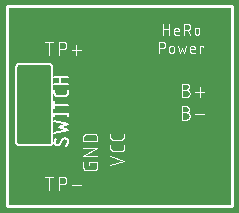
<source format=gbr>
G04 EAGLE Gerber RS-274X export*
G75*
%MOMM*%
%FSLAX34Y34*%
%LPD*%
%INSilkscreen Top*%
%IPNEG*%
%AMOC8*
5,1,8,0,0,1.08239X$1,22.5*%
G01*
%ADD10C,0.076200*%
%ADD11C,0.152400*%
%ADD12C,0.127000*%
%ADD13C,0.101600*%
%ADD14C,0.254000*%


D10*
X131864Y145161D02*
X131864Y154559D01*
X131864Y150382D02*
X137085Y150382D01*
X137085Y154559D02*
X137085Y145161D01*
X142792Y145161D02*
X145402Y145161D01*
X142792Y145161D02*
X142715Y145163D01*
X142639Y145169D01*
X142562Y145178D01*
X142486Y145191D01*
X142411Y145208D01*
X142337Y145228D01*
X142264Y145253D01*
X142193Y145280D01*
X142122Y145311D01*
X142054Y145346D01*
X141987Y145384D01*
X141922Y145425D01*
X141859Y145469D01*
X141799Y145516D01*
X141740Y145567D01*
X141685Y145620D01*
X141632Y145675D01*
X141581Y145734D01*
X141534Y145794D01*
X141490Y145857D01*
X141449Y145922D01*
X141411Y145989D01*
X141376Y146057D01*
X141345Y146128D01*
X141318Y146199D01*
X141293Y146272D01*
X141273Y146346D01*
X141256Y146421D01*
X141243Y146497D01*
X141234Y146574D01*
X141228Y146650D01*
X141226Y146727D01*
X141225Y146727D02*
X141225Y149338D01*
X141226Y149338D02*
X141228Y149428D01*
X141234Y149517D01*
X141243Y149607D01*
X141257Y149696D01*
X141274Y149784D01*
X141295Y149871D01*
X141320Y149958D01*
X141349Y150043D01*
X141381Y150127D01*
X141416Y150209D01*
X141456Y150290D01*
X141498Y150369D01*
X141544Y150446D01*
X141594Y150521D01*
X141646Y150594D01*
X141702Y150665D01*
X141760Y150733D01*
X141822Y150798D01*
X141886Y150861D01*
X141953Y150921D01*
X142022Y150978D01*
X142094Y151032D01*
X142168Y151083D01*
X142244Y151131D01*
X142322Y151175D01*
X142402Y151216D01*
X142484Y151254D01*
X142567Y151288D01*
X142652Y151318D01*
X142738Y151345D01*
X142824Y151368D01*
X142912Y151387D01*
X143001Y151402D01*
X143090Y151414D01*
X143179Y151422D01*
X143269Y151426D01*
X143359Y151426D01*
X143449Y151422D01*
X143538Y151414D01*
X143627Y151402D01*
X143716Y151387D01*
X143804Y151368D01*
X143890Y151345D01*
X143976Y151318D01*
X144061Y151288D01*
X144144Y151254D01*
X144226Y151216D01*
X144306Y151175D01*
X144384Y151131D01*
X144460Y151083D01*
X144534Y151032D01*
X144606Y150978D01*
X144675Y150921D01*
X144742Y150861D01*
X144806Y150798D01*
X144868Y150733D01*
X144926Y150665D01*
X144982Y150594D01*
X145034Y150521D01*
X145084Y150446D01*
X145130Y150369D01*
X145172Y150290D01*
X145212Y150209D01*
X145247Y150127D01*
X145279Y150043D01*
X145308Y149958D01*
X145333Y149871D01*
X145354Y149784D01*
X145371Y149696D01*
X145385Y149607D01*
X145394Y149517D01*
X145400Y149428D01*
X145402Y149338D01*
X145402Y148294D01*
X141225Y148294D01*
X149600Y145161D02*
X149600Y154559D01*
X152210Y154559D01*
X152311Y154557D01*
X152412Y154551D01*
X152513Y154541D01*
X152613Y154528D01*
X152713Y154510D01*
X152812Y154489D01*
X152910Y154463D01*
X153007Y154434D01*
X153103Y154402D01*
X153197Y154365D01*
X153290Y154325D01*
X153382Y154281D01*
X153471Y154234D01*
X153559Y154183D01*
X153645Y154129D01*
X153728Y154072D01*
X153810Y154012D01*
X153888Y153948D01*
X153965Y153882D01*
X154038Y153812D01*
X154109Y153740D01*
X154177Y153665D01*
X154242Y153587D01*
X154304Y153507D01*
X154363Y153425D01*
X154419Y153340D01*
X154471Y153253D01*
X154520Y153165D01*
X154566Y153074D01*
X154607Y152982D01*
X154646Y152888D01*
X154680Y152793D01*
X154711Y152697D01*
X154738Y152599D01*
X154762Y152501D01*
X154781Y152401D01*
X154797Y152301D01*
X154809Y152201D01*
X154817Y152100D01*
X154821Y151999D01*
X154821Y151897D01*
X154817Y151796D01*
X154809Y151695D01*
X154797Y151595D01*
X154781Y151495D01*
X154762Y151395D01*
X154738Y151297D01*
X154711Y151199D01*
X154680Y151103D01*
X154646Y151008D01*
X154607Y150914D01*
X154566Y150822D01*
X154520Y150731D01*
X154471Y150642D01*
X154419Y150556D01*
X154363Y150471D01*
X154304Y150389D01*
X154242Y150309D01*
X154177Y150231D01*
X154109Y150156D01*
X154038Y150084D01*
X153965Y150014D01*
X153888Y149948D01*
X153810Y149884D01*
X153728Y149824D01*
X153645Y149767D01*
X153559Y149713D01*
X153471Y149662D01*
X153382Y149615D01*
X153290Y149571D01*
X153197Y149531D01*
X153103Y149494D01*
X153007Y149462D01*
X152910Y149433D01*
X152812Y149407D01*
X152713Y149386D01*
X152613Y149368D01*
X152513Y149355D01*
X152412Y149345D01*
X152311Y149339D01*
X152210Y149337D01*
X152210Y149338D02*
X149600Y149338D01*
X152732Y149338D02*
X154821Y145161D01*
X158599Y147249D02*
X158599Y149338D01*
X158601Y149428D01*
X158607Y149517D01*
X158616Y149607D01*
X158630Y149696D01*
X158647Y149784D01*
X158668Y149871D01*
X158693Y149958D01*
X158722Y150043D01*
X158754Y150127D01*
X158789Y150209D01*
X158829Y150290D01*
X158871Y150369D01*
X158917Y150446D01*
X158967Y150521D01*
X159019Y150594D01*
X159075Y150665D01*
X159133Y150733D01*
X159195Y150798D01*
X159259Y150861D01*
X159326Y150921D01*
X159395Y150978D01*
X159467Y151032D01*
X159541Y151083D01*
X159617Y151131D01*
X159695Y151175D01*
X159775Y151216D01*
X159857Y151254D01*
X159940Y151288D01*
X160025Y151318D01*
X160111Y151345D01*
X160197Y151368D01*
X160285Y151387D01*
X160374Y151402D01*
X160463Y151414D01*
X160552Y151422D01*
X160642Y151426D01*
X160732Y151426D01*
X160822Y151422D01*
X160911Y151414D01*
X161000Y151402D01*
X161089Y151387D01*
X161177Y151368D01*
X161263Y151345D01*
X161349Y151318D01*
X161434Y151288D01*
X161517Y151254D01*
X161599Y151216D01*
X161679Y151175D01*
X161757Y151131D01*
X161833Y151083D01*
X161907Y151032D01*
X161979Y150978D01*
X162048Y150921D01*
X162115Y150861D01*
X162179Y150798D01*
X162241Y150733D01*
X162299Y150665D01*
X162355Y150594D01*
X162407Y150521D01*
X162457Y150446D01*
X162503Y150369D01*
X162545Y150290D01*
X162585Y150209D01*
X162620Y150127D01*
X162652Y150043D01*
X162681Y149958D01*
X162706Y149871D01*
X162727Y149784D01*
X162744Y149696D01*
X162758Y149607D01*
X162767Y149517D01*
X162773Y149428D01*
X162775Y149338D01*
X162776Y149338D02*
X162776Y147249D01*
X162775Y147249D02*
X162773Y147159D01*
X162767Y147070D01*
X162758Y146980D01*
X162744Y146891D01*
X162727Y146803D01*
X162706Y146716D01*
X162681Y146629D01*
X162652Y146544D01*
X162620Y146460D01*
X162585Y146378D01*
X162545Y146297D01*
X162503Y146218D01*
X162457Y146141D01*
X162407Y146066D01*
X162355Y145993D01*
X162299Y145922D01*
X162241Y145854D01*
X162179Y145789D01*
X162115Y145726D01*
X162048Y145666D01*
X161979Y145609D01*
X161907Y145555D01*
X161833Y145504D01*
X161757Y145456D01*
X161679Y145412D01*
X161599Y145371D01*
X161517Y145333D01*
X161434Y145299D01*
X161349Y145269D01*
X161263Y145242D01*
X161177Y145219D01*
X161089Y145200D01*
X161000Y145185D01*
X160911Y145173D01*
X160822Y145165D01*
X160732Y145161D01*
X160642Y145161D01*
X160552Y145165D01*
X160463Y145173D01*
X160374Y145185D01*
X160285Y145200D01*
X160197Y145219D01*
X160111Y145242D01*
X160025Y145269D01*
X159940Y145299D01*
X159857Y145333D01*
X159775Y145371D01*
X159695Y145412D01*
X159617Y145456D01*
X159541Y145504D01*
X159467Y145555D01*
X159395Y145609D01*
X159326Y145666D01*
X159259Y145726D01*
X159195Y145789D01*
X159133Y145854D01*
X159075Y145922D01*
X159019Y145993D01*
X158967Y146066D01*
X158917Y146141D01*
X158871Y146218D01*
X158829Y146297D01*
X158789Y146378D01*
X158754Y146460D01*
X158722Y146544D01*
X158693Y146629D01*
X158668Y146716D01*
X158647Y146803D01*
X158630Y146891D01*
X158616Y146980D01*
X158607Y147070D01*
X158601Y147159D01*
X158599Y147249D01*
X128464Y139319D02*
X128464Y129921D01*
X128464Y139319D02*
X131074Y139319D01*
X131175Y139317D01*
X131276Y139311D01*
X131377Y139301D01*
X131477Y139288D01*
X131577Y139270D01*
X131676Y139249D01*
X131774Y139223D01*
X131871Y139194D01*
X131967Y139162D01*
X132061Y139125D01*
X132154Y139085D01*
X132246Y139041D01*
X132335Y138994D01*
X132423Y138943D01*
X132509Y138889D01*
X132592Y138832D01*
X132674Y138772D01*
X132752Y138708D01*
X132829Y138642D01*
X132902Y138572D01*
X132973Y138500D01*
X133041Y138425D01*
X133106Y138347D01*
X133168Y138267D01*
X133227Y138185D01*
X133283Y138100D01*
X133335Y138013D01*
X133384Y137925D01*
X133430Y137834D01*
X133471Y137742D01*
X133510Y137648D01*
X133544Y137553D01*
X133575Y137457D01*
X133602Y137359D01*
X133626Y137261D01*
X133645Y137161D01*
X133661Y137061D01*
X133673Y136961D01*
X133681Y136860D01*
X133685Y136759D01*
X133685Y136657D01*
X133681Y136556D01*
X133673Y136455D01*
X133661Y136355D01*
X133645Y136255D01*
X133626Y136155D01*
X133602Y136057D01*
X133575Y135959D01*
X133544Y135863D01*
X133510Y135768D01*
X133471Y135674D01*
X133430Y135582D01*
X133384Y135491D01*
X133335Y135402D01*
X133283Y135316D01*
X133227Y135231D01*
X133168Y135149D01*
X133106Y135069D01*
X133041Y134991D01*
X132973Y134916D01*
X132902Y134844D01*
X132829Y134774D01*
X132752Y134708D01*
X132674Y134644D01*
X132592Y134584D01*
X132509Y134527D01*
X132423Y134473D01*
X132335Y134422D01*
X132246Y134375D01*
X132154Y134331D01*
X132061Y134291D01*
X131967Y134254D01*
X131871Y134222D01*
X131774Y134193D01*
X131676Y134167D01*
X131577Y134146D01*
X131477Y134128D01*
X131377Y134115D01*
X131276Y134105D01*
X131175Y134099D01*
X131074Y134097D01*
X131074Y134098D02*
X128464Y134098D01*
X137084Y134098D02*
X137084Y132009D01*
X137085Y134098D02*
X137087Y134188D01*
X137093Y134277D01*
X137102Y134367D01*
X137116Y134456D01*
X137133Y134544D01*
X137154Y134631D01*
X137179Y134718D01*
X137208Y134803D01*
X137240Y134887D01*
X137275Y134969D01*
X137315Y135050D01*
X137357Y135129D01*
X137403Y135206D01*
X137453Y135281D01*
X137505Y135354D01*
X137561Y135425D01*
X137619Y135493D01*
X137681Y135558D01*
X137745Y135621D01*
X137812Y135681D01*
X137881Y135738D01*
X137953Y135792D01*
X138027Y135843D01*
X138103Y135891D01*
X138181Y135935D01*
X138261Y135976D01*
X138343Y136014D01*
X138426Y136048D01*
X138511Y136078D01*
X138597Y136105D01*
X138683Y136128D01*
X138771Y136147D01*
X138860Y136162D01*
X138949Y136174D01*
X139038Y136182D01*
X139128Y136186D01*
X139218Y136186D01*
X139308Y136182D01*
X139397Y136174D01*
X139486Y136162D01*
X139575Y136147D01*
X139663Y136128D01*
X139749Y136105D01*
X139835Y136078D01*
X139920Y136048D01*
X140003Y136014D01*
X140085Y135976D01*
X140165Y135935D01*
X140243Y135891D01*
X140319Y135843D01*
X140393Y135792D01*
X140465Y135738D01*
X140534Y135681D01*
X140601Y135621D01*
X140665Y135558D01*
X140727Y135493D01*
X140785Y135425D01*
X140841Y135354D01*
X140893Y135281D01*
X140943Y135206D01*
X140989Y135129D01*
X141031Y135050D01*
X141071Y134969D01*
X141106Y134887D01*
X141138Y134803D01*
X141167Y134718D01*
X141192Y134631D01*
X141213Y134544D01*
X141230Y134456D01*
X141244Y134367D01*
X141253Y134277D01*
X141259Y134188D01*
X141261Y134098D01*
X141261Y132009D01*
X141259Y131919D01*
X141253Y131830D01*
X141244Y131740D01*
X141230Y131651D01*
X141213Y131563D01*
X141192Y131476D01*
X141167Y131389D01*
X141138Y131304D01*
X141106Y131220D01*
X141071Y131138D01*
X141031Y131057D01*
X140989Y130978D01*
X140943Y130901D01*
X140893Y130826D01*
X140841Y130753D01*
X140785Y130682D01*
X140727Y130614D01*
X140665Y130549D01*
X140601Y130486D01*
X140534Y130426D01*
X140465Y130369D01*
X140393Y130315D01*
X140319Y130264D01*
X140243Y130216D01*
X140165Y130172D01*
X140085Y130131D01*
X140003Y130093D01*
X139920Y130059D01*
X139835Y130029D01*
X139749Y130002D01*
X139663Y129979D01*
X139575Y129960D01*
X139486Y129945D01*
X139397Y129933D01*
X139308Y129925D01*
X139218Y129921D01*
X139128Y129921D01*
X139038Y129925D01*
X138949Y129933D01*
X138860Y129945D01*
X138771Y129960D01*
X138683Y129979D01*
X138597Y130002D01*
X138511Y130029D01*
X138426Y130059D01*
X138343Y130093D01*
X138261Y130131D01*
X138181Y130172D01*
X138103Y130216D01*
X138027Y130264D01*
X137953Y130315D01*
X137881Y130369D01*
X137812Y130426D01*
X137745Y130486D01*
X137681Y130549D01*
X137619Y130614D01*
X137561Y130682D01*
X137505Y130753D01*
X137453Y130826D01*
X137403Y130901D01*
X137357Y130978D01*
X137315Y131057D01*
X137275Y131138D01*
X137240Y131220D01*
X137208Y131304D01*
X137179Y131389D01*
X137154Y131476D01*
X137133Y131563D01*
X137116Y131651D01*
X137102Y131740D01*
X137093Y131830D01*
X137087Y131919D01*
X137085Y132009D01*
X144879Y136186D02*
X146445Y129921D01*
X148012Y134098D01*
X149578Y129921D01*
X151144Y136186D01*
X156329Y129921D02*
X158939Y129921D01*
X156329Y129921D02*
X156252Y129923D01*
X156176Y129929D01*
X156099Y129938D01*
X156023Y129951D01*
X155948Y129968D01*
X155874Y129988D01*
X155801Y130013D01*
X155730Y130040D01*
X155659Y130071D01*
X155591Y130106D01*
X155524Y130144D01*
X155459Y130185D01*
X155396Y130229D01*
X155336Y130276D01*
X155277Y130327D01*
X155222Y130380D01*
X155169Y130435D01*
X155118Y130494D01*
X155071Y130554D01*
X155027Y130617D01*
X154986Y130682D01*
X154948Y130749D01*
X154913Y130817D01*
X154882Y130888D01*
X154855Y130959D01*
X154830Y131032D01*
X154810Y131106D01*
X154793Y131181D01*
X154780Y131257D01*
X154771Y131334D01*
X154765Y131410D01*
X154763Y131487D01*
X154763Y134098D01*
X154765Y134188D01*
X154771Y134277D01*
X154780Y134367D01*
X154794Y134456D01*
X154811Y134544D01*
X154832Y134631D01*
X154857Y134718D01*
X154886Y134803D01*
X154918Y134887D01*
X154953Y134969D01*
X154993Y135050D01*
X155035Y135129D01*
X155081Y135206D01*
X155131Y135281D01*
X155183Y135354D01*
X155239Y135425D01*
X155297Y135493D01*
X155359Y135558D01*
X155423Y135621D01*
X155490Y135681D01*
X155559Y135738D01*
X155631Y135792D01*
X155705Y135843D01*
X155781Y135891D01*
X155859Y135935D01*
X155939Y135976D01*
X156021Y136014D01*
X156104Y136048D01*
X156189Y136078D01*
X156275Y136105D01*
X156361Y136128D01*
X156449Y136147D01*
X156538Y136162D01*
X156627Y136174D01*
X156716Y136182D01*
X156806Y136186D01*
X156896Y136186D01*
X156986Y136182D01*
X157075Y136174D01*
X157164Y136162D01*
X157253Y136147D01*
X157341Y136128D01*
X157427Y136105D01*
X157513Y136078D01*
X157598Y136048D01*
X157681Y136014D01*
X157763Y135976D01*
X157843Y135935D01*
X157921Y135891D01*
X157997Y135843D01*
X158071Y135792D01*
X158143Y135738D01*
X158212Y135681D01*
X158279Y135621D01*
X158343Y135558D01*
X158405Y135493D01*
X158463Y135425D01*
X158519Y135354D01*
X158571Y135281D01*
X158621Y135206D01*
X158667Y135129D01*
X158709Y135050D01*
X158749Y134969D01*
X158784Y134887D01*
X158816Y134803D01*
X158845Y134718D01*
X158870Y134631D01*
X158891Y134544D01*
X158908Y134456D01*
X158922Y134367D01*
X158931Y134277D01*
X158937Y134188D01*
X158939Y134098D01*
X158939Y133054D01*
X154763Y133054D01*
X163044Y129921D02*
X163044Y136186D01*
X166176Y136186D01*
X166176Y135142D01*
D11*
X7620Y118110D02*
X7620Y54610D01*
X35560Y52070D02*
X35660Y52072D01*
X35759Y52078D01*
X35859Y52088D01*
X35957Y52101D01*
X36056Y52119D01*
X36153Y52140D01*
X36249Y52165D01*
X36345Y52194D01*
X36439Y52227D01*
X36532Y52263D01*
X36623Y52303D01*
X36713Y52347D01*
X36801Y52394D01*
X36887Y52444D01*
X36971Y52498D01*
X37053Y52555D01*
X37132Y52615D01*
X37210Y52679D01*
X37284Y52745D01*
X37356Y52814D01*
X37425Y52886D01*
X37491Y52960D01*
X37555Y53038D01*
X37615Y53117D01*
X37672Y53199D01*
X37726Y53283D01*
X37776Y53369D01*
X37823Y53457D01*
X37867Y53547D01*
X37907Y53638D01*
X37943Y53731D01*
X37976Y53825D01*
X38005Y53921D01*
X38030Y54017D01*
X38051Y54114D01*
X38069Y54213D01*
X38082Y54311D01*
X38092Y54411D01*
X38098Y54510D01*
X38100Y54610D01*
X38100Y118110D02*
X38098Y118210D01*
X38092Y118309D01*
X38082Y118409D01*
X38069Y118507D01*
X38051Y118606D01*
X38030Y118703D01*
X38005Y118799D01*
X37976Y118895D01*
X37943Y118989D01*
X37907Y119082D01*
X37867Y119173D01*
X37823Y119263D01*
X37776Y119351D01*
X37726Y119437D01*
X37672Y119521D01*
X37615Y119603D01*
X37555Y119682D01*
X37491Y119760D01*
X37425Y119834D01*
X37356Y119906D01*
X37284Y119975D01*
X37210Y120041D01*
X37132Y120105D01*
X37053Y120165D01*
X36971Y120222D01*
X36887Y120276D01*
X36801Y120326D01*
X36713Y120373D01*
X36623Y120417D01*
X36532Y120457D01*
X36439Y120493D01*
X36345Y120526D01*
X36249Y120555D01*
X36153Y120580D01*
X36056Y120601D01*
X35957Y120619D01*
X35859Y120632D01*
X35759Y120642D01*
X35660Y120648D01*
X35560Y120650D01*
X10160Y120650D02*
X10060Y120648D01*
X9961Y120642D01*
X9861Y120632D01*
X9763Y120619D01*
X9664Y120601D01*
X9567Y120580D01*
X9471Y120555D01*
X9375Y120526D01*
X9281Y120493D01*
X9188Y120457D01*
X9097Y120417D01*
X9007Y120373D01*
X8919Y120326D01*
X8833Y120276D01*
X8749Y120222D01*
X8667Y120165D01*
X8588Y120105D01*
X8510Y120041D01*
X8436Y119975D01*
X8364Y119906D01*
X8295Y119834D01*
X8229Y119760D01*
X8165Y119682D01*
X8105Y119603D01*
X8048Y119521D01*
X7994Y119437D01*
X7944Y119351D01*
X7897Y119263D01*
X7853Y119173D01*
X7813Y119082D01*
X7777Y118989D01*
X7744Y118895D01*
X7715Y118799D01*
X7690Y118703D01*
X7669Y118606D01*
X7651Y118507D01*
X7638Y118409D01*
X7628Y118309D01*
X7622Y118210D01*
X7620Y118110D01*
X7620Y54610D02*
X7622Y54510D01*
X7628Y54411D01*
X7638Y54311D01*
X7651Y54213D01*
X7669Y54114D01*
X7690Y54017D01*
X7715Y53921D01*
X7744Y53825D01*
X7777Y53731D01*
X7813Y53638D01*
X7853Y53547D01*
X7897Y53457D01*
X7944Y53369D01*
X7994Y53283D01*
X8048Y53199D01*
X8105Y53117D01*
X8165Y53038D01*
X8229Y52960D01*
X8295Y52886D01*
X8364Y52814D01*
X8436Y52745D01*
X8510Y52679D01*
X8588Y52615D01*
X8667Y52555D01*
X8749Y52498D01*
X8833Y52444D01*
X8919Y52394D01*
X9007Y52347D01*
X9097Y52303D01*
X9188Y52263D01*
X9281Y52227D01*
X9375Y52194D01*
X9471Y52165D01*
X9567Y52140D01*
X9664Y52119D01*
X9763Y52101D01*
X9861Y52088D01*
X9961Y52078D01*
X10060Y52072D01*
X10160Y52070D01*
X35560Y52070D01*
X35560Y120650D02*
X10160Y120650D01*
X38100Y118110D02*
X38100Y54610D01*
D12*
X48895Y57785D02*
X48995Y57783D01*
X49094Y57777D01*
X49194Y57767D01*
X49292Y57754D01*
X49391Y57736D01*
X49488Y57715D01*
X49584Y57690D01*
X49680Y57661D01*
X49774Y57628D01*
X49867Y57592D01*
X49958Y57552D01*
X50048Y57508D01*
X50136Y57461D01*
X50222Y57411D01*
X50306Y57357D01*
X50388Y57300D01*
X50467Y57240D01*
X50545Y57176D01*
X50619Y57110D01*
X50691Y57041D01*
X50760Y56969D01*
X50826Y56895D01*
X50890Y56817D01*
X50950Y56738D01*
X51007Y56656D01*
X51061Y56572D01*
X51111Y56486D01*
X51158Y56398D01*
X51202Y56308D01*
X51242Y56217D01*
X51278Y56124D01*
X51311Y56030D01*
X51340Y55934D01*
X51365Y55838D01*
X51386Y55741D01*
X51404Y55642D01*
X51417Y55544D01*
X51427Y55444D01*
X51433Y55345D01*
X51435Y55245D01*
X51433Y55104D01*
X51428Y54963D01*
X51418Y54822D01*
X51405Y54681D01*
X51389Y54541D01*
X51368Y54401D01*
X51344Y54262D01*
X51316Y54123D01*
X51285Y53986D01*
X51250Y53849D01*
X51212Y53713D01*
X51170Y53578D01*
X51124Y53445D01*
X51075Y53312D01*
X51022Y53181D01*
X50966Y53052D01*
X50907Y52923D01*
X50844Y52797D01*
X50778Y52672D01*
X50709Y52549D01*
X50636Y52428D01*
X50560Y52309D01*
X50481Y52191D01*
X50400Y52076D01*
X50315Y51964D01*
X50227Y51853D01*
X50136Y51745D01*
X50043Y51639D01*
X49946Y51536D01*
X49847Y51435D01*
X42545Y51753D02*
X42445Y51755D01*
X42346Y51761D01*
X42246Y51771D01*
X42148Y51784D01*
X42049Y51802D01*
X41952Y51823D01*
X41856Y51848D01*
X41760Y51877D01*
X41666Y51910D01*
X41573Y51946D01*
X41482Y51986D01*
X41392Y52030D01*
X41304Y52077D01*
X41218Y52127D01*
X41134Y52181D01*
X41052Y52238D01*
X40973Y52298D01*
X40895Y52362D01*
X40821Y52428D01*
X40749Y52497D01*
X40680Y52569D01*
X40614Y52643D01*
X40550Y52721D01*
X40490Y52800D01*
X40433Y52882D01*
X40379Y52966D01*
X40329Y53052D01*
X40282Y53140D01*
X40238Y53230D01*
X40198Y53321D01*
X40162Y53414D01*
X40129Y53508D01*
X40100Y53604D01*
X40075Y53700D01*
X40054Y53797D01*
X40036Y53896D01*
X40023Y53994D01*
X40013Y54094D01*
X40007Y54193D01*
X40005Y54293D01*
X40007Y54426D01*
X40012Y54559D01*
X40022Y54692D01*
X40035Y54825D01*
X40052Y54957D01*
X40072Y55089D01*
X40096Y55220D01*
X40124Y55350D01*
X40155Y55480D01*
X40190Y55608D01*
X40229Y55736D01*
X40271Y55862D01*
X40317Y55987D01*
X40366Y56111D01*
X40418Y56234D01*
X40474Y56355D01*
X40534Y56474D01*
X40596Y56592D01*
X40662Y56707D01*
X40731Y56821D01*
X40804Y56933D01*
X40879Y57043D01*
X40958Y57151D01*
X44768Y53022D02*
X44716Y52938D01*
X44661Y52855D01*
X44602Y52775D01*
X44541Y52697D01*
X44477Y52622D01*
X44409Y52549D01*
X44339Y52478D01*
X44267Y52411D01*
X44192Y52346D01*
X44114Y52284D01*
X44034Y52225D01*
X43952Y52169D01*
X43868Y52117D01*
X43782Y52068D01*
X43694Y52022D01*
X43604Y51979D01*
X43513Y51940D01*
X43420Y51905D01*
X43326Y51873D01*
X43231Y51845D01*
X43135Y51820D01*
X43038Y51800D01*
X42940Y51782D01*
X42842Y51769D01*
X42743Y51760D01*
X42644Y51754D01*
X42545Y51752D01*
X46672Y56515D02*
X46724Y56599D01*
X46779Y56682D01*
X46838Y56762D01*
X46899Y56840D01*
X46963Y56915D01*
X47031Y56988D01*
X47101Y57059D01*
X47173Y57126D01*
X47248Y57191D01*
X47326Y57253D01*
X47406Y57312D01*
X47488Y57368D01*
X47572Y57420D01*
X47658Y57469D01*
X47746Y57515D01*
X47836Y57558D01*
X47927Y57597D01*
X48020Y57632D01*
X48114Y57664D01*
X48209Y57692D01*
X48305Y57717D01*
X48402Y57737D01*
X48500Y57755D01*
X48598Y57768D01*
X48697Y57777D01*
X48796Y57783D01*
X48895Y57785D01*
X46673Y56515D02*
X44768Y53023D01*
X40005Y62103D02*
X51435Y64643D01*
X43815Y67183D01*
X51435Y69723D01*
X40005Y72263D01*
X40005Y77851D02*
X51435Y77851D01*
X51435Y76581D02*
X51435Y79121D01*
X40005Y79121D02*
X40005Y76581D01*
X40005Y86233D02*
X51435Y86233D01*
X40005Y83058D02*
X40005Y89408D01*
X51435Y96229D02*
X51435Y98769D01*
X51435Y96229D02*
X51433Y96129D01*
X51427Y96030D01*
X51417Y95930D01*
X51404Y95832D01*
X51386Y95733D01*
X51365Y95636D01*
X51340Y95540D01*
X51311Y95444D01*
X51278Y95350D01*
X51242Y95257D01*
X51202Y95166D01*
X51158Y95076D01*
X51111Y94988D01*
X51061Y94902D01*
X51007Y94818D01*
X50950Y94736D01*
X50890Y94657D01*
X50826Y94579D01*
X50760Y94505D01*
X50691Y94433D01*
X50619Y94364D01*
X50545Y94298D01*
X50467Y94234D01*
X50388Y94174D01*
X50306Y94117D01*
X50222Y94063D01*
X50136Y94013D01*
X50048Y93966D01*
X49958Y93922D01*
X49867Y93882D01*
X49774Y93846D01*
X49680Y93813D01*
X49584Y93784D01*
X49488Y93759D01*
X49391Y93738D01*
X49292Y93720D01*
X49194Y93707D01*
X49094Y93697D01*
X48995Y93691D01*
X48895Y93689D01*
X42545Y93689D01*
X42445Y93691D01*
X42346Y93697D01*
X42246Y93707D01*
X42148Y93720D01*
X42049Y93738D01*
X41952Y93759D01*
X41856Y93784D01*
X41760Y93813D01*
X41666Y93846D01*
X41573Y93882D01*
X41482Y93922D01*
X41392Y93966D01*
X41304Y94013D01*
X41218Y94063D01*
X41134Y94117D01*
X41052Y94174D01*
X40973Y94234D01*
X40895Y94298D01*
X40821Y94364D01*
X40749Y94433D01*
X40680Y94505D01*
X40614Y94579D01*
X40550Y94657D01*
X40490Y94736D01*
X40433Y94818D01*
X40379Y94902D01*
X40329Y94988D01*
X40282Y95076D01*
X40238Y95166D01*
X40198Y95257D01*
X40162Y95350D01*
X40129Y95444D01*
X40100Y95540D01*
X40075Y95636D01*
X40054Y95733D01*
X40036Y95832D01*
X40023Y95930D01*
X40013Y96030D01*
X40007Y96129D01*
X40005Y96229D01*
X40005Y98769D01*
X40005Y103632D02*
X51435Y103632D01*
X45085Y103632D02*
X45085Y109982D01*
X40005Y109982D02*
X51435Y109982D01*
D13*
X69581Y37208D02*
X69581Y35261D01*
X69581Y37208D02*
X76072Y37208D01*
X76072Y33313D01*
X76070Y33214D01*
X76064Y33114D01*
X76055Y33015D01*
X76042Y32917D01*
X76025Y32819D01*
X76004Y32721D01*
X75979Y32625D01*
X75951Y32530D01*
X75919Y32436D01*
X75884Y32343D01*
X75845Y32251D01*
X75802Y32161D01*
X75757Y32073D01*
X75707Y31986D01*
X75655Y31902D01*
X75599Y31819D01*
X75541Y31739D01*
X75479Y31661D01*
X75414Y31586D01*
X75346Y31513D01*
X75276Y31443D01*
X75203Y31375D01*
X75128Y31310D01*
X75050Y31248D01*
X74970Y31190D01*
X74887Y31134D01*
X74803Y31082D01*
X74716Y31032D01*
X74628Y30987D01*
X74538Y30944D01*
X74446Y30905D01*
X74353Y30870D01*
X74259Y30838D01*
X74164Y30810D01*
X74068Y30785D01*
X73970Y30764D01*
X73872Y30747D01*
X73774Y30734D01*
X73675Y30725D01*
X73575Y30719D01*
X73476Y30717D01*
X66984Y30717D01*
X66984Y30716D02*
X66885Y30718D01*
X66785Y30724D01*
X66686Y30733D01*
X66588Y30746D01*
X66490Y30764D01*
X66392Y30784D01*
X66296Y30809D01*
X66200Y30837D01*
X66106Y30869D01*
X66013Y30904D01*
X65922Y30943D01*
X65832Y30986D01*
X65743Y31031D01*
X65657Y31081D01*
X65572Y31133D01*
X65490Y31189D01*
X65410Y31248D01*
X65332Y31309D01*
X65256Y31374D01*
X65183Y31442D01*
X65113Y31512D01*
X65045Y31585D01*
X64980Y31661D01*
X64919Y31739D01*
X64860Y31819D01*
X64804Y31901D01*
X64752Y31986D01*
X64703Y32072D01*
X64657Y32161D01*
X64614Y32251D01*
X64575Y32342D01*
X64540Y32435D01*
X64508Y32529D01*
X64480Y32625D01*
X64455Y32721D01*
X64435Y32819D01*
X64417Y32917D01*
X64404Y33015D01*
X64395Y33114D01*
X64389Y33213D01*
X64387Y33313D01*
X64388Y33313D02*
X64388Y37208D01*
X64388Y42909D02*
X76072Y42909D01*
X76072Y49400D02*
X64388Y42909D01*
X64388Y49400D02*
X76072Y49400D01*
X76072Y55101D02*
X64388Y55101D01*
X64388Y58346D01*
X64390Y58459D01*
X64396Y58572D01*
X64406Y58685D01*
X64420Y58798D01*
X64437Y58910D01*
X64459Y59021D01*
X64484Y59131D01*
X64514Y59241D01*
X64547Y59349D01*
X64584Y59456D01*
X64624Y59562D01*
X64669Y59666D01*
X64717Y59769D01*
X64768Y59870D01*
X64823Y59969D01*
X64881Y60066D01*
X64943Y60161D01*
X65008Y60254D01*
X65076Y60344D01*
X65147Y60432D01*
X65222Y60518D01*
X65299Y60601D01*
X65379Y60681D01*
X65462Y60758D01*
X65548Y60833D01*
X65636Y60904D01*
X65726Y60972D01*
X65819Y61037D01*
X65914Y61099D01*
X66011Y61157D01*
X66110Y61212D01*
X66211Y61263D01*
X66314Y61311D01*
X66418Y61356D01*
X66524Y61396D01*
X66631Y61433D01*
X66739Y61466D01*
X66849Y61496D01*
X66959Y61521D01*
X67070Y61543D01*
X67182Y61560D01*
X67295Y61574D01*
X67408Y61584D01*
X67521Y61590D01*
X67634Y61592D01*
X72826Y61592D01*
X72939Y61590D01*
X73052Y61584D01*
X73165Y61574D01*
X73278Y61560D01*
X73390Y61543D01*
X73501Y61521D01*
X73611Y61496D01*
X73721Y61466D01*
X73829Y61433D01*
X73936Y61396D01*
X74042Y61356D01*
X74146Y61311D01*
X74249Y61263D01*
X74350Y61212D01*
X74449Y61157D01*
X74546Y61099D01*
X74641Y61037D01*
X74734Y60972D01*
X74824Y60904D01*
X74912Y60833D01*
X74998Y60758D01*
X75081Y60681D01*
X75161Y60601D01*
X75238Y60518D01*
X75313Y60432D01*
X75384Y60344D01*
X75452Y60254D01*
X75517Y60161D01*
X75579Y60066D01*
X75637Y59969D01*
X75692Y59870D01*
X75743Y59769D01*
X75791Y59666D01*
X75836Y59562D01*
X75876Y59456D01*
X75913Y59349D01*
X75946Y59241D01*
X75976Y59131D01*
X76001Y59021D01*
X76023Y58910D01*
X76040Y58798D01*
X76054Y58685D01*
X76064Y58572D01*
X76070Y58459D01*
X76072Y58346D01*
X76072Y55101D01*
X147958Y98819D02*
X151204Y98819D01*
X151204Y98820D02*
X151317Y98818D01*
X151430Y98812D01*
X151543Y98802D01*
X151656Y98788D01*
X151768Y98771D01*
X151879Y98749D01*
X151989Y98724D01*
X152099Y98694D01*
X152207Y98661D01*
X152314Y98624D01*
X152420Y98584D01*
X152524Y98539D01*
X152627Y98491D01*
X152728Y98440D01*
X152827Y98385D01*
X152924Y98327D01*
X153019Y98265D01*
X153112Y98200D01*
X153202Y98132D01*
X153290Y98061D01*
X153376Y97986D01*
X153459Y97909D01*
X153539Y97829D01*
X153616Y97746D01*
X153691Y97660D01*
X153762Y97572D01*
X153830Y97482D01*
X153895Y97389D01*
X153957Y97294D01*
X154015Y97197D01*
X154070Y97098D01*
X154121Y96997D01*
X154169Y96894D01*
X154214Y96790D01*
X154254Y96684D01*
X154291Y96577D01*
X154324Y96469D01*
X154354Y96359D01*
X154379Y96249D01*
X154401Y96138D01*
X154418Y96026D01*
X154432Y95913D01*
X154442Y95800D01*
X154448Y95687D01*
X154450Y95574D01*
X154448Y95461D01*
X154442Y95348D01*
X154432Y95235D01*
X154418Y95122D01*
X154401Y95010D01*
X154379Y94899D01*
X154354Y94789D01*
X154324Y94679D01*
X154291Y94571D01*
X154254Y94464D01*
X154214Y94358D01*
X154169Y94254D01*
X154121Y94151D01*
X154070Y94050D01*
X154015Y93951D01*
X153957Y93854D01*
X153895Y93759D01*
X153830Y93666D01*
X153762Y93576D01*
X153691Y93488D01*
X153616Y93402D01*
X153539Y93319D01*
X153459Y93239D01*
X153376Y93162D01*
X153290Y93087D01*
X153202Y93016D01*
X153112Y92948D01*
X153019Y92883D01*
X152924Y92821D01*
X152827Y92763D01*
X152728Y92708D01*
X152627Y92657D01*
X152524Y92609D01*
X152420Y92564D01*
X152314Y92524D01*
X152207Y92487D01*
X152099Y92454D01*
X151989Y92424D01*
X151879Y92399D01*
X151768Y92377D01*
X151656Y92360D01*
X151543Y92346D01*
X151430Y92336D01*
X151317Y92330D01*
X151204Y92328D01*
X147958Y92328D01*
X147958Y104012D01*
X151204Y104012D01*
X151305Y104010D01*
X151405Y104004D01*
X151505Y103994D01*
X151605Y103981D01*
X151704Y103963D01*
X151803Y103942D01*
X151900Y103917D01*
X151997Y103888D01*
X152092Y103855D01*
X152186Y103819D01*
X152278Y103779D01*
X152369Y103736D01*
X152458Y103689D01*
X152545Y103639D01*
X152631Y103585D01*
X152714Y103528D01*
X152794Y103468D01*
X152873Y103405D01*
X152949Y103338D01*
X153022Y103269D01*
X153092Y103197D01*
X153160Y103123D01*
X153225Y103046D01*
X153286Y102966D01*
X153345Y102884D01*
X153400Y102800D01*
X153452Y102714D01*
X153501Y102626D01*
X153546Y102536D01*
X153588Y102444D01*
X153626Y102351D01*
X153660Y102256D01*
X153691Y102161D01*
X153718Y102064D01*
X153741Y101966D01*
X153761Y101867D01*
X153776Y101767D01*
X153788Y101667D01*
X153796Y101567D01*
X153800Y101466D01*
X153800Y101366D01*
X153796Y101265D01*
X153788Y101165D01*
X153776Y101065D01*
X153761Y100965D01*
X153741Y100866D01*
X153718Y100768D01*
X153691Y100671D01*
X153660Y100576D01*
X153626Y100481D01*
X153588Y100388D01*
X153546Y100296D01*
X153501Y100206D01*
X153452Y100118D01*
X153400Y100032D01*
X153345Y99948D01*
X153286Y99866D01*
X153225Y99786D01*
X153160Y99709D01*
X153092Y99635D01*
X153022Y99563D01*
X152949Y99494D01*
X152873Y99427D01*
X152794Y99364D01*
X152714Y99304D01*
X152631Y99247D01*
X152545Y99193D01*
X152458Y99143D01*
X152369Y99096D01*
X152278Y99053D01*
X152186Y99013D01*
X152092Y98977D01*
X151997Y98944D01*
X151900Y98915D01*
X151803Y98890D01*
X151704Y98869D01*
X151605Y98851D01*
X151505Y98838D01*
X151405Y98828D01*
X151305Y98822D01*
X151204Y98820D01*
X158951Y96872D02*
X166740Y96872D01*
X162845Y100766D02*
X162845Y92977D01*
X151204Y79769D02*
X147958Y79769D01*
X151204Y79770D02*
X151317Y79768D01*
X151430Y79762D01*
X151543Y79752D01*
X151656Y79738D01*
X151768Y79721D01*
X151879Y79699D01*
X151989Y79674D01*
X152099Y79644D01*
X152207Y79611D01*
X152314Y79574D01*
X152420Y79534D01*
X152524Y79489D01*
X152627Y79441D01*
X152728Y79390D01*
X152827Y79335D01*
X152924Y79277D01*
X153019Y79215D01*
X153112Y79150D01*
X153202Y79082D01*
X153290Y79011D01*
X153376Y78936D01*
X153459Y78859D01*
X153539Y78779D01*
X153616Y78696D01*
X153691Y78610D01*
X153762Y78522D01*
X153830Y78432D01*
X153895Y78339D01*
X153957Y78244D01*
X154015Y78147D01*
X154070Y78048D01*
X154121Y77947D01*
X154169Y77844D01*
X154214Y77740D01*
X154254Y77634D01*
X154291Y77527D01*
X154324Y77419D01*
X154354Y77309D01*
X154379Y77199D01*
X154401Y77088D01*
X154418Y76976D01*
X154432Y76863D01*
X154442Y76750D01*
X154448Y76637D01*
X154450Y76524D01*
X154448Y76411D01*
X154442Y76298D01*
X154432Y76185D01*
X154418Y76072D01*
X154401Y75960D01*
X154379Y75849D01*
X154354Y75739D01*
X154324Y75629D01*
X154291Y75521D01*
X154254Y75414D01*
X154214Y75308D01*
X154169Y75204D01*
X154121Y75101D01*
X154070Y75000D01*
X154015Y74901D01*
X153957Y74804D01*
X153895Y74709D01*
X153830Y74616D01*
X153762Y74526D01*
X153691Y74438D01*
X153616Y74352D01*
X153539Y74269D01*
X153459Y74189D01*
X153376Y74112D01*
X153290Y74037D01*
X153202Y73966D01*
X153112Y73898D01*
X153019Y73833D01*
X152924Y73771D01*
X152827Y73713D01*
X152728Y73658D01*
X152627Y73607D01*
X152524Y73559D01*
X152420Y73514D01*
X152314Y73474D01*
X152207Y73437D01*
X152099Y73404D01*
X151989Y73374D01*
X151879Y73349D01*
X151768Y73327D01*
X151656Y73310D01*
X151543Y73296D01*
X151430Y73286D01*
X151317Y73280D01*
X151204Y73278D01*
X147958Y73278D01*
X147958Y84962D01*
X151204Y84962D01*
X151305Y84960D01*
X151405Y84954D01*
X151505Y84944D01*
X151605Y84931D01*
X151704Y84913D01*
X151803Y84892D01*
X151900Y84867D01*
X151997Y84838D01*
X152092Y84805D01*
X152186Y84769D01*
X152278Y84729D01*
X152369Y84686D01*
X152458Y84639D01*
X152545Y84589D01*
X152631Y84535D01*
X152714Y84478D01*
X152794Y84418D01*
X152873Y84355D01*
X152949Y84288D01*
X153022Y84219D01*
X153092Y84147D01*
X153160Y84073D01*
X153225Y83996D01*
X153286Y83916D01*
X153345Y83834D01*
X153400Y83750D01*
X153452Y83664D01*
X153501Y83576D01*
X153546Y83486D01*
X153588Y83394D01*
X153626Y83301D01*
X153660Y83206D01*
X153691Y83111D01*
X153718Y83014D01*
X153741Y82916D01*
X153761Y82817D01*
X153776Y82717D01*
X153788Y82617D01*
X153796Y82517D01*
X153800Y82416D01*
X153800Y82316D01*
X153796Y82215D01*
X153788Y82115D01*
X153776Y82015D01*
X153761Y81915D01*
X153741Y81816D01*
X153718Y81718D01*
X153691Y81621D01*
X153660Y81526D01*
X153626Y81431D01*
X153588Y81338D01*
X153546Y81246D01*
X153501Y81156D01*
X153452Y81068D01*
X153400Y80982D01*
X153345Y80898D01*
X153286Y80816D01*
X153225Y80736D01*
X153160Y80659D01*
X153092Y80585D01*
X153022Y80513D01*
X152949Y80444D01*
X152873Y80377D01*
X152794Y80314D01*
X152714Y80254D01*
X152631Y80197D01*
X152545Y80143D01*
X152458Y80093D01*
X152369Y80046D01*
X152278Y80003D01*
X152186Y79963D01*
X152092Y79927D01*
X151997Y79894D01*
X151900Y79865D01*
X151803Y79840D01*
X151704Y79819D01*
X151605Y79801D01*
X151505Y79788D01*
X151405Y79778D01*
X151305Y79772D01*
X151204Y79770D01*
X158951Y77822D02*
X166740Y77822D01*
X98932Y38723D02*
X87248Y34828D01*
X87248Y42618D02*
X98932Y38723D01*
X98932Y49471D02*
X98932Y52067D01*
X98932Y49471D02*
X98930Y49372D01*
X98924Y49272D01*
X98915Y49173D01*
X98902Y49075D01*
X98885Y48977D01*
X98864Y48879D01*
X98839Y48783D01*
X98811Y48688D01*
X98779Y48594D01*
X98744Y48501D01*
X98705Y48409D01*
X98662Y48319D01*
X98617Y48231D01*
X98567Y48144D01*
X98515Y48060D01*
X98459Y47977D01*
X98401Y47897D01*
X98339Y47819D01*
X98274Y47744D01*
X98206Y47671D01*
X98136Y47601D01*
X98063Y47533D01*
X97988Y47468D01*
X97910Y47406D01*
X97830Y47348D01*
X97747Y47292D01*
X97663Y47240D01*
X97576Y47190D01*
X97488Y47145D01*
X97398Y47102D01*
X97306Y47063D01*
X97213Y47028D01*
X97119Y46996D01*
X97024Y46968D01*
X96928Y46943D01*
X96830Y46922D01*
X96732Y46905D01*
X96634Y46892D01*
X96535Y46883D01*
X96435Y46877D01*
X96336Y46875D01*
X96336Y46874D02*
X89844Y46874D01*
X89745Y46876D01*
X89645Y46882D01*
X89546Y46891D01*
X89448Y46904D01*
X89350Y46922D01*
X89252Y46942D01*
X89156Y46967D01*
X89060Y46995D01*
X88966Y47027D01*
X88873Y47062D01*
X88782Y47101D01*
X88692Y47144D01*
X88603Y47189D01*
X88517Y47239D01*
X88432Y47291D01*
X88350Y47347D01*
X88270Y47406D01*
X88192Y47467D01*
X88116Y47532D01*
X88043Y47600D01*
X87973Y47670D01*
X87905Y47743D01*
X87840Y47819D01*
X87779Y47897D01*
X87720Y47977D01*
X87664Y48059D01*
X87612Y48144D01*
X87563Y48230D01*
X87517Y48319D01*
X87474Y48409D01*
X87435Y48500D01*
X87400Y48593D01*
X87368Y48687D01*
X87340Y48783D01*
X87315Y48879D01*
X87295Y48977D01*
X87277Y49075D01*
X87264Y49173D01*
X87255Y49272D01*
X87249Y49371D01*
X87247Y49471D01*
X87248Y49471D02*
X87248Y52067D01*
X98932Y58996D02*
X98932Y61592D01*
X98932Y58996D02*
X98930Y58897D01*
X98924Y58797D01*
X98915Y58698D01*
X98902Y58600D01*
X98885Y58502D01*
X98864Y58404D01*
X98839Y58308D01*
X98811Y58213D01*
X98779Y58119D01*
X98744Y58026D01*
X98705Y57934D01*
X98662Y57844D01*
X98617Y57756D01*
X98567Y57669D01*
X98515Y57585D01*
X98459Y57502D01*
X98401Y57422D01*
X98339Y57344D01*
X98274Y57269D01*
X98206Y57196D01*
X98136Y57126D01*
X98063Y57058D01*
X97988Y56993D01*
X97910Y56931D01*
X97830Y56873D01*
X97747Y56817D01*
X97663Y56765D01*
X97576Y56715D01*
X97488Y56670D01*
X97398Y56627D01*
X97306Y56588D01*
X97213Y56553D01*
X97119Y56521D01*
X97024Y56493D01*
X96928Y56468D01*
X96830Y56447D01*
X96732Y56430D01*
X96634Y56417D01*
X96535Y56408D01*
X96435Y56402D01*
X96336Y56400D01*
X96336Y56399D02*
X89844Y56399D01*
X89745Y56401D01*
X89645Y56407D01*
X89546Y56416D01*
X89448Y56429D01*
X89350Y56447D01*
X89252Y56467D01*
X89156Y56492D01*
X89060Y56520D01*
X88966Y56552D01*
X88873Y56587D01*
X88782Y56626D01*
X88692Y56669D01*
X88603Y56714D01*
X88517Y56764D01*
X88432Y56816D01*
X88350Y56872D01*
X88270Y56931D01*
X88192Y56992D01*
X88116Y57057D01*
X88043Y57125D01*
X87973Y57195D01*
X87905Y57268D01*
X87840Y57344D01*
X87779Y57422D01*
X87720Y57502D01*
X87664Y57584D01*
X87612Y57669D01*
X87563Y57755D01*
X87517Y57844D01*
X87474Y57934D01*
X87435Y58025D01*
X87400Y58118D01*
X87368Y58212D01*
X87340Y58308D01*
X87315Y58404D01*
X87295Y58502D01*
X87277Y58600D01*
X87264Y58698D01*
X87255Y58797D01*
X87249Y58896D01*
X87247Y58996D01*
X87248Y58996D02*
X87248Y61592D01*
X35634Y127888D02*
X35634Y139572D01*
X38879Y139572D02*
X32388Y139572D01*
X43606Y139572D02*
X43606Y127888D01*
X43606Y139572D02*
X46852Y139572D01*
X46965Y139570D01*
X47078Y139564D01*
X47191Y139554D01*
X47304Y139540D01*
X47416Y139523D01*
X47527Y139501D01*
X47637Y139476D01*
X47747Y139446D01*
X47855Y139413D01*
X47962Y139376D01*
X48068Y139336D01*
X48172Y139291D01*
X48275Y139243D01*
X48376Y139192D01*
X48475Y139137D01*
X48572Y139079D01*
X48667Y139017D01*
X48760Y138952D01*
X48850Y138884D01*
X48938Y138813D01*
X49024Y138738D01*
X49107Y138661D01*
X49187Y138581D01*
X49264Y138498D01*
X49339Y138412D01*
X49410Y138324D01*
X49478Y138234D01*
X49543Y138141D01*
X49605Y138046D01*
X49663Y137949D01*
X49718Y137850D01*
X49769Y137749D01*
X49817Y137646D01*
X49862Y137542D01*
X49902Y137436D01*
X49939Y137329D01*
X49972Y137221D01*
X50002Y137111D01*
X50027Y137001D01*
X50049Y136890D01*
X50066Y136778D01*
X50080Y136665D01*
X50090Y136552D01*
X50096Y136439D01*
X50098Y136326D01*
X50096Y136213D01*
X50090Y136100D01*
X50080Y135987D01*
X50066Y135874D01*
X50049Y135762D01*
X50027Y135651D01*
X50002Y135541D01*
X49972Y135431D01*
X49939Y135323D01*
X49902Y135216D01*
X49862Y135110D01*
X49817Y135006D01*
X49769Y134903D01*
X49718Y134802D01*
X49663Y134703D01*
X49605Y134606D01*
X49543Y134511D01*
X49478Y134418D01*
X49410Y134328D01*
X49339Y134240D01*
X49264Y134154D01*
X49187Y134071D01*
X49107Y133991D01*
X49024Y133914D01*
X48938Y133839D01*
X48850Y133768D01*
X48760Y133700D01*
X48667Y133635D01*
X48572Y133573D01*
X48475Y133515D01*
X48376Y133460D01*
X48275Y133409D01*
X48172Y133361D01*
X48068Y133316D01*
X47962Y133276D01*
X47855Y133239D01*
X47747Y133206D01*
X47637Y133176D01*
X47527Y133151D01*
X47416Y133129D01*
X47304Y133112D01*
X47191Y133098D01*
X47078Y133088D01*
X46965Y133082D01*
X46852Y133080D01*
X46852Y133081D02*
X43606Y133081D01*
X54599Y132432D02*
X62388Y132432D01*
X58494Y136326D02*
X58494Y128537D01*
X35634Y25272D02*
X35634Y13588D01*
X32388Y25272D02*
X38879Y25272D01*
X43606Y25272D02*
X43606Y13588D01*
X43606Y25272D02*
X46852Y25272D01*
X46965Y25270D01*
X47078Y25264D01*
X47191Y25254D01*
X47304Y25240D01*
X47416Y25223D01*
X47527Y25201D01*
X47637Y25176D01*
X47747Y25146D01*
X47855Y25113D01*
X47962Y25076D01*
X48068Y25036D01*
X48172Y24991D01*
X48275Y24943D01*
X48376Y24892D01*
X48475Y24837D01*
X48572Y24779D01*
X48667Y24717D01*
X48760Y24652D01*
X48850Y24584D01*
X48938Y24513D01*
X49024Y24438D01*
X49107Y24361D01*
X49187Y24281D01*
X49264Y24198D01*
X49339Y24112D01*
X49410Y24024D01*
X49478Y23934D01*
X49543Y23841D01*
X49605Y23746D01*
X49663Y23649D01*
X49718Y23550D01*
X49769Y23449D01*
X49817Y23346D01*
X49862Y23242D01*
X49902Y23136D01*
X49939Y23029D01*
X49972Y22921D01*
X50002Y22811D01*
X50027Y22701D01*
X50049Y22590D01*
X50066Y22478D01*
X50080Y22365D01*
X50090Y22252D01*
X50096Y22139D01*
X50098Y22026D01*
X50096Y21913D01*
X50090Y21800D01*
X50080Y21687D01*
X50066Y21574D01*
X50049Y21462D01*
X50027Y21351D01*
X50002Y21241D01*
X49972Y21131D01*
X49939Y21023D01*
X49902Y20916D01*
X49862Y20810D01*
X49817Y20706D01*
X49769Y20603D01*
X49718Y20502D01*
X49663Y20403D01*
X49605Y20306D01*
X49543Y20211D01*
X49478Y20118D01*
X49410Y20028D01*
X49339Y19940D01*
X49264Y19854D01*
X49187Y19771D01*
X49107Y19691D01*
X49024Y19614D01*
X48938Y19539D01*
X48850Y19468D01*
X48760Y19400D01*
X48667Y19335D01*
X48572Y19273D01*
X48475Y19215D01*
X48376Y19160D01*
X48275Y19109D01*
X48172Y19061D01*
X48068Y19016D01*
X47962Y18976D01*
X47855Y18939D01*
X47747Y18906D01*
X47637Y18876D01*
X47527Y18851D01*
X47416Y18829D01*
X47304Y18812D01*
X47191Y18798D01*
X47078Y18788D01*
X46965Y18782D01*
X46852Y18780D01*
X46852Y18781D02*
X43606Y18781D01*
X54599Y18132D02*
X62388Y18132D01*
D14*
X0Y0D02*
X190300Y0D01*
X190300Y169420D01*
X0Y169420D01*
X0Y0D01*
M02*

</source>
